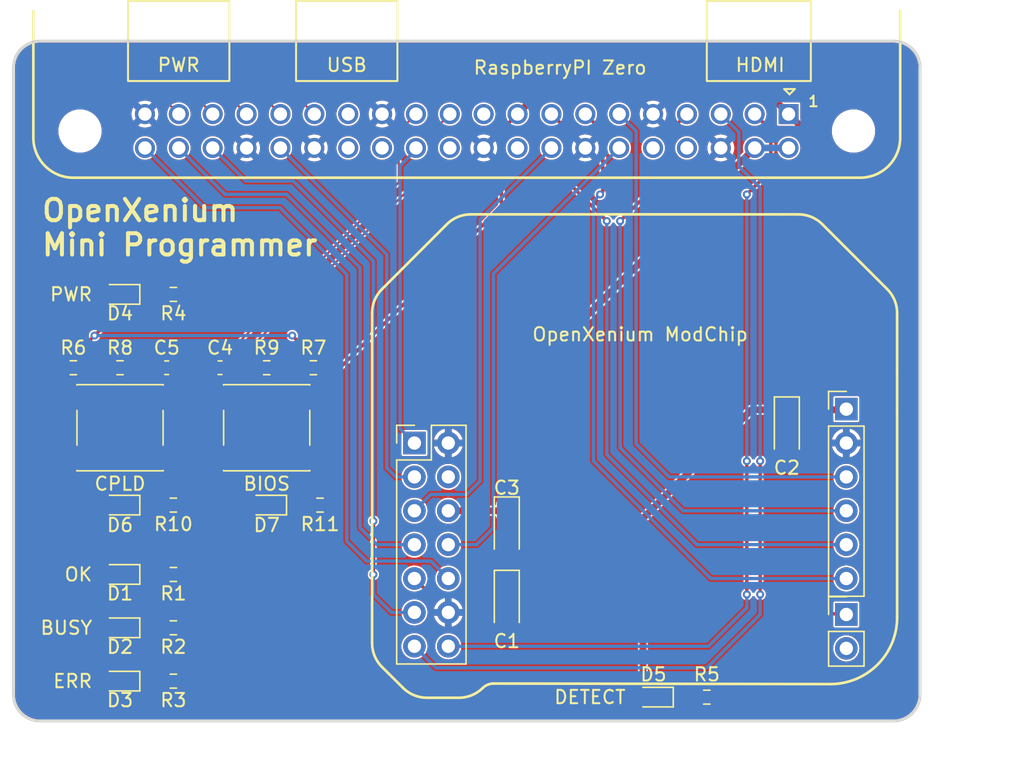
<source format=kicad_pcb>
(kicad_pcb (version 20211014) (generator pcbnew)
  (layers (0 "F.Cu" signal) (31 "B.Cu" signal) (34 "B.Paste" user) (35 "F.Paste" user) (36 "B.SilkS" user "B.Silkscreen") (37 "F.SilkS" user "F.Silkscreen") (38 "B.Mask" user) (39 "F.Mask" user) (44 "Edge.Cuts" user))
  (net 0 "")
  (net 1 "+3V3")
  (net 2 "+5V")
  (net 3 "/SDA")
  (net 4 "/SCL")
  (net 5 "GND")
  (net 6 "/TMS")
  (net 9 "/TCK")
  (net 10 "/LAD2")
  (net 11 "/TDO")
  (net 12 "/TDI")
  (net 13 "/LPC_RST")
  (net 17 "/LCLK")
  (net 21 "/LFRAME")
  (net 22 "/LED_OK")
  (net 23 "/LED_BUSY")
  (net 24 "/LAD0")
  (net 25 "/LED_ERR")
  (net 26 "/LAD3")
  (net 27 "/LAD1")
  (net 28 "Net-(D1-Pad1)")
  (net 29 "Net-(D2-Pad1)")
  (net 30 "Net-(D3-Pad1)")
  (net 31 "Net-(R4-Pad2)")
  (net 32 "Net-(D5-Pad1)")
  (net 33 "/RCVRY_GND")
  (net 36 "/SW_BIOS")
  (net 37 "/SW_CPLD")
  (net 38 "Net-(SW1-Pad2)")
  (net 39 "Net-(SW2-Pad2)")
  (net 40 "Net-(R10-Pad2)")
  (net 41 "/LED_CPLD")
  (net 42 "Net-(R11-Pad2)")
  (net 43 "/LED_BIOS")
  (footprint "Button_Switch_SMD:SW_SPST_PTS645" (layer "F.Cu") (at 66 74 180)
    (fp_text reference "SW2" hide)
    (fp_text value "BIOS" (at 0 -4.2 180) (layer "F.SilkS"))
    (fp_line (start 3.23 3.23) (end 3.23 3.2) (layer "F.SilkS") (width 0.12))
    (fp_line (start -3.23 -3.23) (end 3.23 -3.23) (layer "F.SilkS") (width 0.12))
    (fp_line (start -3.23 -3.2) (end -3.23 -3.23) (layer "F.SilkS") (width 0.12))
    (fp_line (start 3.23 -1.3) (end 3.23 1.3) (layer "F.SilkS") (width 0.12))
    (fp_line (start -3.23 3.23) (end 3.23 3.23) (layer "F.SilkS") (width 0.12))
    (fp_line (start -3.23 3.23) (end -3.23 3.2) (layer "F.SilkS") (width 0.12))
    (fp_line (start -3.23 -1.3) (end -3.23 1.3) (layer "F.SilkS") (width 0.12))
    (fp_line (start 3.23 -3.23) (end 3.23 -3.2) (layer "F.SilkS") (width 0.12))
    (pad "1" smd rect (at -3.98 -2.25 180) (size 1.55 1.3) (layers "F.Cu" "F.Paste" "F.Mask") (net 5 "GND"))
    (pad "1" smd rect (at 3.98 -2.25 180) (size 1.55 1.3) (layers "F.Cu" "F.Paste" "F.Mask") (net 5 "GND"))
    (pad "2" smd rect (at -3.98 2.25 180) (size 1.55 1.3) (layers "F.Cu" "F.Paste" "F.Mask") (net 39 "Net-(SW2-Pad2)"))
    (pad "2" smd rect (at 3.98 2.25 180) (size 1.55 1.3) (layers "F.Cu" "F.Paste" "F.Mask") (net 39 "Net-(SW2-Pad2)"))
  )
  (footprint "LED_SMD:LED_0603_1608Metric" (layer "F.Cu") (at 55 79.8 180)
    (fp_text reference "D6" (at 0 -1.5) (layer "F.SilkS"))
    (fp_text value "BUSY")
    (fp_line (start -1.485 -0.735) (end -1.485 0.735) (layer "F.SilkS") (width 0.12))
    (fp_line (start 0.8 -0.735) (end -1.485 -0.735) (layer "F.SilkS") (width 0.12))
    (fp_line (start -1.485 0.735) (end 0.8 0.735) (layer "F.SilkS") (width 0.12))
    (pad "1" smd roundrect (at -0.7875 0 180) (size 0.875 0.95) (layers "F.Cu" "F.Paste" "F.Mask") (net 40 "Net-(R10-Pad2)"))
    (pad "2" smd roundrect (at 0.7875 0 180) (size 0.875 0.95) (layers "F.Cu" "F.Paste" "F.Mask") (net 41 "/LED_CPLD"))
  )
  (footprint "Button_Switch_SMD:SW_SPST_PTS645" (layer "F.Cu") (at 55 74 180)
    (fp_text reference "SW1" hide)
    (fp_text value "CPLD" (at 0 -4.2 180) (layer "F.SilkS"))
    (fp_line (start 3.23 -1.3) (end 3.23 1.3) (layer "F.SilkS") (width 0.12))
    (fp_line (start -3.23 -1.3) (end -3.23 1.3) (layer "F.SilkS") (width 0.12))
    (fp_line (start -3.23 3.23) (end 3.23 3.23) (layer "F.SilkS") (width 0.12))
    (fp_line (start -3.23 -3.2) (end -3.23 -3.23) (layer "F.SilkS") (width 0.12))
    (fp_line (start -3.23 3.23) (end -3.23 3.2) (layer "F.SilkS") (width 0.12))
    (fp_line (start 3.23 3.23) (end 3.23 3.2) (layer "F.SilkS") (width 0.12))
    (fp_line (start -3.23 -3.23) (end 3.23 -3.23) (layer "F.SilkS") (width 0.12))
    (fp_line (start 3.23 -3.23) (end 3.23 -3.2) (layer "F.SilkS") (width 0.12))
    (pad "1" smd rect (at 3.98 -2.25 180) (size 1.55 1.3) (layers "F.Cu" "F.Paste" "F.Mask") (net 5 "GND"))
    (pad "1" smd rect (at -3.98 -2.25 180) (size 1.55 1.3) (layers "F.Cu" "F.Paste" "F.Mask") (net 5 "GND"))
    (pad "2" smd rect (at 3.98 2.25 180) (size 1.55 1.3) (layers "F.Cu" "F.Paste" "F.Mask") (net 38 "Net-(SW1-Pad2)"))
    (pad "2" smd rect (at -3.98 2.25 180) (size 1.55 1.3) (layers "F.Cu" "F.Paste" "F.Mask") (net 38 "Net-(SW1-Pad2)"))
  )
  (footprint "LED_SMD:LED_0603_1608Metric" (layer "F.Cu") (at 66 79.8 180)
    (fp_text reference "D7" (at 0 -1.5) (layer "F.SilkS"))
    (fp_text value "ERR")
    (fp_line (start 0.8 -0.735) (end -1.485 -0.735) (layer "F.SilkS") (width 0.12))
    (fp_line (start -1.485 -0.735) (end -1.485 0.735) (layer "F.SilkS") (width 0.12))
    (fp_line (start -1.485 0.735) (end 0.8 0.735) (layer "F.SilkS") (width 0.12))
    (pad "1" smd roundrect (at -0.7875 0 180) (size 0.875 0.95) (layers "F.Cu" "F.Paste" "F.Mask") (net 42 "Net-(R11-Pad2)"))
    (pad "2" smd roundrect (at 0.7875 0 180) (size 0.875 0.95) (layers "F.Cu" "F.Paste" "F.Mask") (net 43 "/LED_BIOS"))
  )
  (footprint "Capacitor_SMD:C_0603_1608Metric" (layer "F.Cu") (at 58.5 69.5 180)
    (fp_text reference "C5" (at 0 1.5) (layer "F.SilkS"))
    (fp_text value "100nF")
    (fp_line (start -0.14058 0.51) (end 0.14058 0.51) (layer "F.SilkS") (width 0.12))
    (fp_line (start -0.14058 -0.51) (end 0.14058 -0.51) (layer "F.SilkS") (width 0.12))
    (pad "1" smd roundrect (at -0.775 0 180) (size 0.9 0.95) (layers "F.Cu" "F.Paste" "F.Mask") (net 5 "GND"))
    (pad "2" smd roundrect (at 0.775 0 180) (size 0.9 0.95) (layers "F.Cu" "F.Paste" "F.Mask") (net 37 "/SW_CPLD"))
  )
  (footprint "LED_SMD:LED_0603_1608Metric" (layer "F.Cu") (at 55 85 180)
    (fp_text reference "D1" (at 0 -1.43) (layer "F.SilkS"))
    (fp_text value "OK")
    (fp_line (start 0.8 -0.735) (end -1.485 -0.735) (layer "F.SilkS") (width 0.12))
    (fp_line (start -1.485 -0.735) (end -1.485 0.735) (layer "F.SilkS") (width 0.12))
    (fp_line (start -1.485 0.735) (end 0.8 0.735) (layer "F.SilkS") (width 0.12))
    (pad "1" smd roundrect (at -0.7875 0 180) (size 0.875 0.95) (layers "F.Cu" "F.Paste" "F.Mask") (net 28 "Net-(D1-Pad1)"))
    (pad "2" smd roundrect (at 0.7875 0 180) (size 0.875 0.95) (layers "F.Cu" "F.Paste" "F.Mask") (net 22 "/LED_OK"))
  )
  (footprint "0-myparts:RaspberryPI_Zero" (layer "F.Cu") (at 81 51.75 180)
    (fp_text reference "RPI_ZERO1" hide)
    (fp_text value "RaspberryPI_Zero_Header" hide)
    (fp_text user "1" (at -26 1.75) (layer "F.SilkS") (effects (font (size 0.8 0.8)) (justify bottom)))
    (fp_line (start -32.5 -0.5) (end -32.5 9) (layer "F.SilkS") (width 0.2))
    (fp_line (start 32.5 9) (end 32.5 -0.5) (layer "F.SilkS") (width 0.2))
    (fp_line (start 29.5 -3.5) (end -29.5 -3.5) (layer "F.SilkS") (width 0.2))
    (fp_arc (start 29.499999 -3.499999) (mid 31.62132 -2.62132) (end 32.5 -0.5) (layer "F.SilkS") (width 0.2))
    (fp_arc (start -32.500001 -0.499999) (mid -31.621321 -2.62132) (end -29.5 -3.5) (layer "F.SilkS") (width 0.2))
    (pad "" np_thru_hole circle (at -29 0 180) (size 2.75 2.75) (drill 2.75) (layers *.Cu *.Mask))
    (pad "" np_thru_hole circle (at 29 0 180) (size 2.75 2.75) (drill 2.75) (layers *.Cu *.Mask))
    (pad "1" thru_hole rect (at -24.13 1.27 180) (size 1.508 1.508) (drill 1) (layers *.Cu *.Mask) (net 1 "+3V3"))
    (pad "2" thru_hole circle (at -24.13 -1.27 180) (size 1.508 1.508) (drill 1) (layers *.Cu *.Mask) (net 2 "+5V"))
    (pad "3" thru_hole circle (at -21.59 1.27 180) (size 1.508 1.508) (drill 1) (layers *.Cu *.Mask) (net 3 "/SDA"))
    (pad "4" thru_hole circle (at -21.59 -1.27 180) (size 1.508 1.508) (drill 1) (layers *.Cu *.Mask) (net 2 "+5V"))
    (pad "5" thru_hole circle (at -19.05 1.27 180) (size 1.508 1.508) (drill 1) (layers *.Cu *.Mask) (net 4 "/SCL"))
    (pad "6" thru_hole circle (at -19.05 -1.27 180) (size 1.508 1.508) (drill 1) (layers *.Cu *.Mask) (net 5 "GND"))
    (pad "7" thru_hole circle (at -16.51 1.27 180) (size 1.508 1.508) (drill 1) (layers *.Cu *.Mask) (net 6 "/TMS"))
    (pad "8" thru_hole circle (at -16.51 -1.27 180) (size 1.508 1.508) (drill 1) (layers *.Cu *.Mask))
    (pad "9" thru_hole circle (at -13.97 1.27 180) (size 1.508 1.508) (drill 1) (layers *.Cu *.Mask) (net 5 "GND"))
    (pad "10" thru_hole circle (at -13.97 -1.27 180) (size 1.508 1.508) (drill 1) (layers *.Cu *.Mask))
    (pad "11" thru_hole circle (at -11.43 1.27 180) (size 1.508 1.508) (drill 1) (layers *.Cu *.Mask) (net 9 "/TCK"))
    (pad "12" thru_hole circle (at -11.43 -1.27 180) (size 1.508 1.508) (drill 1) (layers *.Cu *.Mask) (net 10 "/LAD2"))
    (pad "13" thru_hole circle (at -8.89 1.27 180) (size 1.508 1.508) (drill 1) (layers *.Cu *.Mask) (net 11 "/TDO"))
    (pad "14" thru_hole circle (at -8.89 -1.27 180) (size 1.508 1.508) (drill 1) (layers *.Cu *.Mask) (net 5 "GND"))
    (pad "15" thru_hole circle (at -6.35 1.27 180) (size 1.508 1.508) (drill 1) (layers *.Cu *.Mask) (net 12 "/TDI"))
    (pad "16" thru_hole circle (at -6.35 -1.27 180) (size 1.508 1.508) (drill 1) (layers *.Cu *.Mask) (net 13 "/LPC_RST"))
    (pad "17" thru_hole circle (at -3.81 1.27 180) (size 1.508 1.508) (drill 1) (layers *.Cu *.Mask) (net 1 "+3V3"))
    (pad "18" thru_hole circle (at -3.81 -1.27 180) (size 1.508 1.508) (drill 1) (layers *.Cu *.Mask))
    (pad "19" thru_hole circle (at -1.27 1.27 180) (size 1.508 1.508) (drill 1) (layers *.Cu *.Mask))
    (pad "20" thru_hole circle (at -1.27 -1.27 180) (size 1.508 1.508) (drill 1) (layers *.Cu *.Mask) (net 5 "GND"))
    (pad "21" thru_hole circle (at 1.27 1.27 180) (size 1.508 1.508) (drill 1) (layers *.Cu *.Mask) (net 36 "/SW_BIOS"))
    (pad "22" thru_hole circle (at 1.27 -1.27 180) (size 1.508 1.508) (drill 1) (layers *.Cu *.Mask))
    (pad "23" thru_hole circle (at 3.81 1.27 180) (size 1.508 1.508) (drill 1) (layers *.Cu *.Mask) (net 37 "/SW_CPLD"))
    (pad "24" thru_hole circle (at 3.81 -1.27 180) (size 1.508 1.508) (drill 1) (layers *.Cu *.Mask) (net 17 "/LCLK"))
    (pad "25" thru_hole circle (at 6.35 1.27 180) (size 1.508 1.508) (drill 1) (layers *.Cu *.Mask) (net 5 "GND"))
    (pad "26" thru_hole circle (at 6.35 -1.27 180) (size 1.508 1.508) (drill 1) (layers *.Cu *.Mask))
    (pad "27" thru_hole circle (at 8.89 1.27 180) (size 1.508 1.508) (drill 1) (layers *.Cu *.Mask))
    (pad "28" thru_hole circle (at 8.89 -1.27 180) (size 1.508 1.508) (drill 1) (layers *.Cu *.Mask))
    (pad "29" thru_hole circle (at 11.43 1.27 180) (size 1.508 1.508) (drill 1) (layers *.Cu *.Mask) (net 25 "/LED_ERR"))
    (pad "30" thru_hole circle (at 11.43 -1.27 180) (size 1.508 1.508) (drill 1) (layers *.Cu *.Mask) (net 5 "GND"))
    (pad "31" thru_hole circle (at 13.97 1.27 180) (size 1.508 1.508) (drill 1) (layers *.Cu *.Mask) (net 23 "/LED_BUSY"))
    (pad "32" thru_hole circle (at 13.97 -1.27 180) (size 1.508 1.508) (drill 1) (layers *.Cu *.Mask) (net 21 "/LFRAME"))
    (pad "33" thru_hole circle (at 16.51 1.27 180) (size 1.508 1.508) (drill 1) (layers *.Cu *.Mask) (net 22 "/LED_OK"))
    (pad "34" thru_hole circle (at 16.51 -1.27 180) (size 1.508 1.508) (drill 1) (layers *.Cu *.Mask) (net 5 "GND"))
    (pad "35" thru_hole circle (at 19.05 1.27 180) (size 1.508 1.508) (drill 1) (layers *.Cu *.Mask) (net 43 "/LED_BIOS"))
    (pad "36" thru_hole circle (at 19.05 -1.27 180) (size 1.508 1.508) (drill 1) (layers *.Cu *.Mask) (net 24 "/LAD0"))
    (pad "37" thru_hole circle (at 21.59 1.27 180) (size 1.508 1.508) (drill 1) (layers *.Cu *.Mask) (net 41 "/LED_CPLD"))
    (pad "38" thru_hole circle (at 21.59 -1.27 180) (size 1.508 1.508) (drill 1) (layers *.Cu *.Mask) (net 26 "/LAD3"))
    (pad "39" thru_hole circle (at 24.13 1.27 180) (size 1.508 1.508) (drill 1) (layers *.Cu *.Mask) (net 5 "GND"))
    (pad "40" thru_hole circle (at 24.13 -1.27 180) (size 1.508 1.508) (drill 1) (layers *.Cu *.Mask) (net 27 "/LAD1"))
  )
  (footprint "Resistor_SMD:R_0603_1608Metric" (layer "F.Cu") (at 59 89 180)
    (fp_text reference "R2" (at 0 -1.43) (layer "F.SilkS"))
    (fp_text value "200")
    (fp_line (start -0.237258 0.5225) (end 0.237258 0.5225) (layer "F.SilkS") (width 0.12))
    (fp_line (start -0.237258 -0.5225) (end 0.237258 -0.5225) (layer "F.SilkS") (width 0.12))
    (pad "1" smd roundrect (at -0.825 0 180) (size 0.8 0.95) (layers "F.Cu" "F.Paste" "F.Mask") (net 5 "GND"))
    (pad "2" smd roundrect (at 0.825 0 180) (size 0.8 0.95) (layers "F.Cu" "F.Paste" "F.Mask") (net 29 "Net-(D2-Pad1)"))
  )
  (footprint "LED_SMD:LED_0603_1608Metric" (layer "F.Cu") (at 55 93 180)
    (fp_text reference "D3" (at 0 -1.43) (layer "F.SilkS"))
    (fp_text value "ERR")
    (fp_line (start -1.485 -0.735) (end -1.485 0.735) (layer "F.SilkS") (width 0.12))
    (fp_line (start -1.485 0.735) (end 0.8 0.735) (layer "F.SilkS") (width 0.12))
    (fp_line (start 0.8 -0.735) (end -1.485 -0.735) (layer "F.SilkS") (width 0.12))
    (pad "1" smd roundrect (at -0.7875 0 180) (size 0.875 0.95) (layers "F.Cu" "F.Paste" "F.Mask") (net 30 "Net-(D3-Pad1)"))
    (pad "2" smd roundrect (at 0.7875 0 180) (size 0.875 0.95) (layers "F.Cu" "F.Paste" "F.Mask") (net 25 "/LED_ERR"))
  )
  (footprint "Capacitor_Tantalum_SMD:CP_EIA-3216-18_Kemet-A" (layer "F.Cu") (at 105 74 -90)
    (fp_text reference "C2" (at 3 0 180) (layer "F.SilkS"))
    (fp_text value "100uF")
    (fp_line (start -2.31 0.935) (end 1.6 0.935) (layer "F.SilkS") (width 0.12))
    (fp_line (start 1.6 -0.935) (end -2.31 -0.935) (layer "F.SilkS") (width 0.12))
    (fp_line (start -2.31 -0.935) (end -2.31 0.935) (layer "F.SilkS") (width 0.12))
    (pad "1" smd roundrect (at -1.35 0 270) (size 1.4 1.35) (layers "F.Cu" "F.Paste" "F.Mask") (roundrect_rratio 0.1851851852) (net 1 "+3V3"))
    (pad "2" smd roundrect (at 1.35 0 270) (size 1.4 1.35) (layers "F.Cu" "F.Paste" "F.Mask") (roundrect_rratio 0.1851851852) (net 5 "GND"))
  )
  (footprint "Resistor_SMD:R_0603_1608Metric" (layer "F.Cu") (at 70 79.8 180)
    (fp_text reference "R11" (at 0 -1.43) (layer "F.SilkS"))
    (fp_text value "200")
    (fp_line (start -0.237258 0.5225) (end 0.237258 0.5225) (layer "F.SilkS") (width 0.12))
    (fp_line (start -0.237258 -0.5225) (end 0.237258 -0.5225) (layer "F.SilkS") (width 0.12))
    (pad "1" smd roundrect (at -0.825 0 180) (size 0.8 0.95) (layers "F.Cu" "F.Paste" "F.Mask") (net 5 "GND"))
    (pad "2" smd roundrect (at 0.825 0 180) (size 0.8 0.95) (layers "F.Cu" "F.Paste" "F.Mask") (net 42 "Net-(R11-Pad2)"))
  )
  (footprint "Capacitor_SMD:C_0603_1608Metric" (layer "F.Cu") (at 62.5 69.5)
    (fp_text reference "C4" (at 0 -1.5) (layer "F.SilkS"))
    (fp_text value "100nF")
    (fp_line (start -0.14058 -0.51) (end 0.14058 -0.51) (layer "F.SilkS") (width 0.12))
    (fp_line (start -0.14058 0.51) (end 0.14058 0.51) (layer "F.SilkS") (width 0.12))
    (pad "1" smd roundrect (at -0.775 0) (size 0.9 0.95) (layers "F.Cu" "F.Paste" "F.Mask") (net 5 "GND"))
    (pad "2" smd roundrect (at 0.775 0) (size 0.9 0.95) (layers "F.Cu" "F.Paste" "F.Mask") (net 36 "/SW_BIOS"))
  )
  (footprint "Capacitor_Tantalum_SMD:CP_EIA-3216-18_Kemet-A" (layer "F.Cu") (at 84 81.5 -90)
    (fp_text reference "C3" (at -3 0 180) (layer "F.SilkS"))
    (fp_text value "100uF")
    (fp_line (start -2.31 0.935) (end 1.6 0.935) (layer "F.SilkS") (width 0.12))
    (fp_line (start 1.6 -0.935) (end -2.31 -0.935) (layer "F.SilkS") (width 0.12))
    (fp_line (start -2.31 -0.935) (end -2.31 0.935) (layer "F.SilkS") (width 0.12))
    (pad "1" smd roundrect (at -1.35 0 270) (size 1.4 1.35) (layers "F.Cu" "F.Paste" "F.Mask") (roundrect_rratio 0.1851851852) (net 2 "+5V"))
    (pad "2" smd roundrect (at 1.35 0 270) (size 1.4 1.35) (layers "F.Cu" "F.Paste" "F.Mask") (roundrect_rratio 0.1851851852) (net 5 "GND"))
  )
  (footprint "Resistor_SMD:R_0603_1608Metric" (layer "F.Cu") (at 99 94.2 180)
    (fp_text reference "R5" (at 0 1.7) (layer "F.SilkS"))
    (fp_text value "200")
    (fp_line (start -0.237258 -0.5225) (end 0.237258 -0.5225) (layer "F.SilkS") (width 0.12))
    (fp_line (start -0.237258 0.5225) (end 0.237258 0.5225) (layer "F.SilkS") (width 0.12))
    (pad "1" smd roundrect (at -0.825 0 180) (size 0.8 0.95) (layers "F.Cu" "F.Paste" "F.Mask") (net 33 "/RCVRY_GND"))
    (pad "2" smd roundrect (at 0.825 0 180) (size 0.8 0.95) (layers "F.Cu" "F.Paste" "F.Mask") (net 32 "Net-(D5-Pad1)"))
  )
  (footprint "LED_SMD:LED_0603_1608Metric" (layer "F.Cu") (at 95 94.2 180)
    (fp_text reference "D5" (at 0 1.7) (layer "F.SilkS"))
    (fp_text value "DET")
    (fp_line (start -1.485 -0.735) (end -1.485 0.735) (layer "F.SilkS") (width 0.12))
    (fp_line (start 0.8 -0.735) (end -1.485 -0.735) (layer "F.SilkS") (width 0.12))
    (fp_line (start -1.485 0.735) (end 0.8 0.735) (layer "F.SilkS") (width 0.12))
    (pad "1" smd roundrect (at -0.7875 0 180) (size 0.875 0.95) (layers "F.Cu" "F.Paste" "F.Mask") (net 32 "Net-(D5-Pad1)"))
    (pad "2" smd roundrect (at 0.7875 0 180) (size 0.875 0.95) (layers "F.Cu" "F.Paste" "F.Mask") (net 1 "+3V3"))
  )
  (footprint "Resistor_SMD:R_0603_1608Metric" (layer "F.Cu") (at 59 64 180)
    (fp_text reference "R4" (at 0 -1.43) (layer "F.SilkS"))
    (fp_text value "200")
    (fp_line (start -0.237258 -0.5225) (end 0.237258 -0.5225) (layer "F.SilkS") (width 0.12))
    (fp_line (start -0.237258 0.5225) (end 0.237258 0.5225) (layer "F.SilkS") (width 0.12))
    (pad "1" smd roundrect (at -0.825 0 180) (size 0.8 0.95) (layers "F.Cu" "F.Paste" "F.Mask") (net 5 "GND"))
    (pad "2" smd roundrect (at 0.825 0 180) (size 0.8 0.95) (layers "F.Cu" "F.Paste" "F.Mask") (net 31 "Net-(R4-Pad2)"))
  )
  (footprint "Resistor_SMD:R_0603_1608Metric" (layer "F.Cu") (at 51.5 69.5 180)
    (fp_text reference "R6" (at 0 1.5) (layer "F.SilkS"))
    (fp_text value "10k")
    (fp_line (start -0.237258 0.5225) (end 0.237258 0.5225) (layer "F.SilkS") (width 0.12))
    (fp_line (start -0.237258 -0.5225) (end 0.237258 -0.5225) (layer "F.SilkS") (width 0.12))
    (pad "1" smd roundrect (at -0.825 0 180) (size 0.8 0.95) (layers "F.Cu" "F.Paste" "F.Mask") (net 38 "Net-(SW1-Pad2)"))
    (pad "2" smd roundrect (at 0.825 0 180) (size 0.8 0.95) (layers "F.Cu" "F.Paste" "F.Mask") (net 1 "+3V3"))
  )
  (footprint "Resistor_SMD:R_0603_1608Metric" (layer "F.Cu") (at 69.5 69.5)
    (fp_text reference "R7" (at 0 -1.5) (layer "F.SilkS"))
    (fp_text value "10k")
    (fp_line (start -0.237258 -0.5225) (end 0.237258 -0.5225) (layer "F.SilkS") (width 0.12))
    (fp_line (start -0.237258 0.5225) (end 0.237258 0.5225) (layer "F.SilkS") (width 0.12))
    (pad "1" smd roundrect (at -0.825 0) (size 0.8 0.95) (layers "F.Cu" "F.Paste" "F.Mask") (net 39 "Net-(SW2-Pad2)"))
    (pad "2" smd roundrect (at 0.825 0) (size 0.8 0.95) (layers "F.Cu" "F.Paste" "F.Mask") (net 1 "+3V3"))
  )
  (footprint "Connector_PinHeader_2.54mm:PinHeader_2x07_P2.54mm_Vertical" (layer "F.Cu") (at 77.075198 75.145)
    (fp_text reference "J3" hide)
    (fp_text value "LPC")
    (fp_line (start 1.27 1.27) (end 1.27 -1.33) (layer "F.SilkS") (width 0.12))
    (fp_line (start 1.27 -1.33) (end 3.87 -1.33) (layer "F.SilkS") (width 0.12))
    (fp_line (start 3.87 -1.33) (end 3.87 16.57) (layer "F.SilkS") (width 0.12))
    (fp_line (start -1.33 16.57) (end 3.87 16.57) (layer "F.SilkS") (width 0.12))
    (fp_line (start -1.33 0) (end -1.33 -1.33) (layer "F.SilkS") (width 0.12))
    (fp_line (start -1.33 1.27) (end 1.27 1.27) (layer "F.SilkS") (width 0.12))
    (fp_line (start -1.33 1.27) (end -1.33 16.57) (layer "F.SilkS") (width 0.12))
    (fp_line (start -1.33 -1.33) (end 0 -1.33) (layer "F.SilkS") (width 0.12))
    (pad "1" thru_hole rect (at 0 0) (size 1.7 1.7) (drill 1) (layers *.Cu *.Mask) (net 17 "/LCLK"))
    (pad "2" thru_hole oval (at 2.54 0) (size 1.7 1.7) (drill 1) (layers *.Cu *.Mask) (net 5 "GND"))
    (pad "3" thru_hole oval (at 0 2.54) (size 1.7 1.7) (drill 1) (layers *.Cu *.Mask) (net 21 "/LFRAME"))
    (pad "4" thru_hole oval (at 2.54 2.54) (size 1.7 1.7) (drill 1) (layers *.Cu *.Mask))
    (pad "5" thru_hole oval (at 0 5.08) (size 1.7 1.7) (drill 1) (layers *.Cu *.Mask) (net 13 "/LPC_RST"))
    (pad "6" thru_hole oval (at 2.54 5.08) (size 1.7 1.7) (drill 1) (layers *.Cu *.Mask) (net 2 "+5V"))
    (pad "7" thru_hole oval (at 0 7.62) (size 1.7 1.7) (drill 1) (layers *.Cu *.Mask) (net 26 "/LAD3"))
    (pad "8" thru_hole oval (at 2.54 7.62) (size 1.7 1.7) (drill 1) (layers *.Cu *.Mask) (net 10 "/LAD2"))
    (pad "9" thru_hole oval (at 0 10.16) (size 1.7 1.7) (drill 1) (layers *.Cu *.Mask) (net 1 "+3V3"))
    (pad "10" thru_hole oval (at 2.54 10.16) (size 1.7 1.7) (drill 1) (layers *.Cu *.Mask) (net 27 "/LAD1"))
    (pad "11" thru_hole oval (at 0 12.7) (size 1.7 1.7) (drill 1) (layers *.Cu *.Mask) (net 24 "/LAD0"))
    (pad "12" thru_hole oval (at 2.54 12.7) (size 1.7 1.7) (drill 1) (layers *.Cu *.Mask) (net 5 "GND"))
    (pad "13" thru_hole oval (at 0 15.24) (size 1.7 1.7) (drill 1) (layers *.Cu *.Mask) (net 4 "/SCL"))
    (pad "14" thru_hole oval (at 2.54 15.24) (size 1.7 1.7) (drill 1) (layers *.Cu *.Mask) (net 3 "/SDA"))
  )
  (footprint "Connector_PinHeader_2.54mm:PinHeader_1x02_P2.54mm_Vertical" (layer "F.Cu") (at 109.460198 88.002481)
    (fp_text reference "J1" hide)
    (fp_text value "RCVRY")
    (fp_line (start -1.33 1.27) (end 1.33 1.27) (layer "F.SilkS") (width 0.12))
    (fp_line (start 1.33 1.27) (end 1.33 3.87) (layer "F.SilkS") (width 0.12))
    (fp_line (start -1.33 0) (end -1.33 -1.33) (layer "F.SilkS") (width 0.12))
    (fp_line (start -1.33 -1.33) (end 0 -1.33) (layer "F.SilkS") (width 0.12))
    (fp_line (start -1.33 1.27) (end -1.33 3.87) (layer "F.SilkS") (width 0.12))
    (fp_line (start -1.33 3.87) (end 1.33 3.87) (layer "F.SilkS") (width 0.12))
    (pad "1" thru_hole rect (at 0 0) (size 1.7 1.7) (drill 1) (layers *.Cu *.Mask) (net 33 "/RCVRY_GND"))
    (pad "2" thru_hole oval (at 0 2.54) (size 1.7 1.7) (drill 1) (layers *.Cu *.Mask))
  )
  (footprint "Resistor_SMD:R_0603_1608Metric" (layer "F.Cu") (at 59 93 180)
    (fp_text reference "R3" (at 0 -1.43) (layer "F.SilkS"))
    (fp_text value "200")
    (fp_line (start -0.237258 0.5225) (end 0.237258 0.5225) (layer "F.SilkS") (width 0.12))
    (fp_line (start -0.237258 -0.5225) (end 0.237258 -0.5225) (layer "F.SilkS") (width 0.12))
    (pad "1" smd roundrect (at -0.825 0 180) (size 0.8 0.95) (layers "F.Cu" "F.Paste" "F.Mask") (net 5 "GND"))
    (pad "2" smd roundrect (at 0.825 0 180) (size 0.8 0.95) (layers "F.Cu" "F.Paste" "F.Mask") (net 30 "Net-(D3-Pad1)"))
  )
  (footprint "Resistor_SMD:R_0603_1608Metric" (layer "F.Cu") (at 59 79.8 180)
    (fp_text reference "R10" (at 0 -1.43) (layer "F.SilkS"))
    (fp_text value "200")
    (fp_line (start -0.237258 0.5225) (end 0.237258 0.5225) (layer "F.SilkS") (width 0.12))
    (fp_line (start -0.237258 -0.5225) (end 0.237258 -0.5225) (layer "F.SilkS") (width 0.12))
    (pad "1" smd roundrect (at -0.825 0 180) (size 0.8 0.95) (layers "F.Cu" "F.Paste" "F.Mask") (net 5 "GND"))
    (pad "2" smd roundrect (at 0.825 0 180) (size 0.8 0.95) (layers "F.Cu" "F.Paste" "F.Mask") (net 40 "Net-(R10-Pad2)"))
  )
  (footprint "LED_SMD:LED_0603_1608Metric" (layer "F.Cu") (at 55 89 180)
    (fp_text reference "D2" (at 0 -1.43) (layer "F.SilkS"))
    (fp_text value "BUSY")
    (fp_line (start -1.485 0.735) (end 0.8 0.735) (layer "F.SilkS") (width 0.12))
    (fp_line (start 0.8 -0.735) (end -1.485 -0.735) (layer "F.SilkS") (width 0.12))
    (fp_line (start -1.485 -0.735) (end -1.485 0.735) (layer "F.SilkS") (width 0.12))
    (pad "1" smd roundrect (at -0.7875 0 180) (size 0.875 0.95) (layers "F.Cu" "F.Paste" "F.Mask") (net 29 "Net-(D2-Pad1)"))
    (pad "2" smd roundrect (at 0.7875 0 180) (size 0.875 0.95) (layers "F.Cu" "F.Paste" "F.Mask") (net 23 "/LED_BUSY"))
  )
  (footprint "Resistor_SMD:R_0603_1608Metric" (layer "F.Cu") (at 55 69.5)
    (fp_text reference "R8" (at 0 -1.5) (layer "F.SilkS"))
    (fp_text value "10k")
    (fp_line (start -0.237258 -0.5225) (end 0.237258 -0.5225) (layer "F.SilkS") (width 0.12))
    (fp_line (start -0.237258 0.5225) (end 0.237258 0.5225) (layer "F.SilkS") (width 0.12))
    (pad "1" smd roundrect (at -0.825 0) (size 0.8 0.95) (layers "F.Cu" "F.Paste" "F.Mask") (net 38 "Net-(SW1-Pad2)"))
    (pad "2" smd roundrect (at 0.825 0) (size 0.8 0.95) (layers "F.Cu" "F.Paste" "F.Mask") (net 37 "/SW_CPLD"))
  )
  (footprint "Resistor_SMD:R_0603_1608Metric" (layer "F.Cu") (at 66 69.5 180)
    (fp_text reference "R9" (at 0 1.5) (layer "F.SilkS"))
    (fp_text value "10k")
    (fp_line (start -0.237258 -0.5225) (end 0.237258 -0.5225) (layer "F.SilkS") (width 0.12))
    (fp_line (start -0.237258 0.5225) (end 0.237258 0.5225) (layer "F.SilkS") (width 0.12))
    (pad "1" smd roundrect (at -0.825 0 180) (size 0.8 0.95) (layers "F.Cu" "F.Paste" "F.Mask") (net 39 "Net-(SW2-Pad2)"))
    (pad "2" smd roundrect (at 0.825 0 180) (size 0.8 0.95) (layers "F.Cu" "F.Paste" "F.Mask") (net 36 "/SW_BIOS"))
  )
  (footprint "Capacitor_Tantalum_SMD:CP_EIA-3216-18_Kemet-A" (layer "F.Cu") (at 84 87 -90)
    (fp_text reference "C1" (at 3 0 180) (layer "F.SilkS"))
    (fp_text value "100uF")
    (fp_line (start -2.31 -0.935) (end -2.31 0.935) (layer "F.SilkS") (width 0.12))
    (fp_line (start -2.31 0.935) (end 1.6 0.935) (layer "F.SilkS") (width 0.12))
    (fp_line (start 1.6 -0.935) (end -2.31 -0.935) (layer "F.SilkS") (width 0.12))
    (pad "1" smd roundrect (at -1.35 0 270) (size 1.4 1.35) (layers "F.Cu" "F.Paste" "F.Mask") (roundrect_rratio 0.1851851852) (net 1 "+3V3"))
    (pad "2" smd roundrect (at 1.35 0 270) (size 1.4 1.35) (layers "F.Cu" "F.Paste" "F.Mask") (roundrect_rratio 0.1851851852) (net 5 "GND"))
  )
  (footprint "Connector_PinHeader_2.54mm:PinHeader_1x06_P2.54mm_Vertical" (layer "F.Cu") (at 109.460198 72.605)
    (fp_text reference "J2" hide)
    (fp_text value "JTAG")
    (fp_line (start 1.33 1.27) (end 1.33 14.03) (layer "F.SilkS") (width 0.12))
    (fp_line (start -1.33 -1.33) (end 0 -1.33) (layer "F.SilkS") (width 0.12))
    (fp_line (start -1.33 1.27) (end 1.33 1.27) (layer "F.SilkS") (width 0.12))
    (fp_line (start -1.33 0) (end -1.33 -1.33) (layer "F.SilkS") (width 0.12))
    (fp_line (start -1.33 1.27) (end -1.33 14.03) (layer "F.SilkS") (width 0.12))
    (fp_line (start -1.33 14.03) (end 1.33 14.03) (layer "F.SilkS") (width 0.12))
    (pad "1" thru_hole rect (at 0 0) (size 1.7 1.7) (drill 1) (layers *.Cu *.Mask) (net 1 "+3V3"))
    (pad "2" thru_hole oval (at 0 2.54) (size 1.7 1.7) (drill 1) (layers *.Cu *.Mask) (net 5 "GND"))
    (pad "3" thru_hole oval (at 0 5.08) (size 1.7 1.7) (drill 1) (layers *.Cu *.Mask) (net 9 "/TCK"))
    (pad "4" thru_hole oval (at 0 7.62) (size 1.7 1.7) (drill 1) (layers *.Cu *.Mask) (net 6 "/TMS"))
    (pad "5" thru_hole oval (at 0 10.16) (size 1.7 1.7) (drill 1) (layers *.Cu *.Mask) (net 12 "/TDI"))
    (pad "6" thru_hole oval (at 0 12.7) (size 1.7 1.7) (drill 1) (layers *.Cu *.Mask) (net 11 "/TDO"))
  )
  (footprint "Resistor_SMD:R_0603_1608Metric" (layer "F.Cu") (at 59 85 180)
    (fp_text reference "R1" (at 0 -1.43) (layer "F.SilkS"))
    (fp_text value "200")
    (fp_line (start -0.237258 0.5225) (end 0.237258 0.5225) (layer "F.SilkS") (width 0.12))
    (fp_line (start -0.237258 -0.5225) (end 0.237258 -0.5225) (layer "F.SilkS") (width 0.12))
    (pad "1" smd roundrect (at -0.825 0 180) (size 0.8 0.95) (layers "F.Cu" "F.Paste" "F.Mask") (net 5 "GND"))
    (pad "2" smd roundrect (at 0.825 0 180) (size 0.8 0.95) (layers "F.Cu" "F.Paste" "F.Mask") (net 28 "Net-(D1-Pad1)"))
  )
  (footprint "LED_SMD:LED_0603_1608Metric" (layer "F.Cu") (at 55 64 180)
    (fp_text reference "D4" (at 0 -1.43) (layer "F.SilkS"))
    (fp_text value "PWR")
    (fp_line (start -1.485 0.735) (end 0.8 0.735) (layer "F.SilkS") (width 0.12))
    (fp_line (start -1.485 -0.735) (end -1.485 0.735) (layer "F.SilkS") (width 0.12))
    (fp_line (start 0.8 -0.735) (end -1.485 -0.735) (layer "F.SilkS") (width 0.12))
    (pad "1" smd roundrect (at -0.7875 0 180) (size 0.875 0.95) (layers "F.Cu" "F.Paste" "F.Mask") (net 31 "Net-(R4-Pad2)"))
    (pad "2" smd roundrect (at 0.7875 0 180) (size 0.875 0.95) (layers "F.Cu" "F.Paste" "F.Mask") (net 1 "+3V3"))
  )
  (gr_line (start 81.302302 58) (end 104.697698 58) (layer "F.SilkS") (width 0.2))
  (gr_line (start 78.015439 94.246) (end 80.409283 94.246) (layer "F.SilkS") (width 0.2))
  (gr_line (start 79.506248 58.74395) (end 74.644148 63.60605) (layer "F.SilkS") (width 0.2))
  (gr_line (start 107.664148 58.74395) (end 112.526248 63.60605) (layer "F.SilkS") (width 0.2))
  (gr_rect (start 63.2 48) (end 55.6 42) (layer "F.SilkS") (width 0.15) (fill none))
  (gr_arc (start 74.650031 91.942943) (mid 74.095085 91.116901) (end 73.900198 90.141028) (layer "F.SilkS") (width 0.2))
  (gr_arc (start 82.184417 93.522728) (mid 81.367636 94.058095) (end 80.409283 94.246) (layer "F.SilkS") (width 0.2))
  (gr_line (start 83.02803 93.179815) (end 108.261902 93.22169) (layer "F.SilkS") (width 0.2))
  (gr_line (start 105.2 49) (end 104.8 48.6) (layer "F.SilkS") (width 0.15))
  (gr_arc (start 105.868095 58) (mid 106.840112 58.193346) (end 107.664148 58.743949) (layer "F.SilkS") (width 0.2))
  (gr_line (start 113.270198 65.402103) (end 113.270198 69.7475) (layer "F.SilkS") (width 0.2))
  (gr_line (start 104.697698 58) (end 105.868095 58) (layer "F.SilkS") (width 0.2))
  (gr_rect (start 106.8 48) (end 99 42) (layer "F.SilkS") (width 0.15) (fill none))
  (gr_arc (start 79.506248 58.74395) (mid 80.330285 58.193346) (end 81.302302 58) (layer "F.SilkS") (width 0.2))
  (gr_line (start 74.65003 91.942943) (end 76.22527 93.507915) (layer "F.SilkS") (width 0.2))
  (gr_line (start 105.6 48.6) (end 105.2 49) (layer "F.SilkS") (width 0.15))
  (gr_arc (start 73.900199 65.402103) (mid 74.093545 64.430086) (end 74.644148 63.60605) (layer "F.SilkS") (width 0.2))
  (gr_rect (start 75.8 48) (end 68.2 42) (layer "F.SilkS") (width 0.15) (fill none))
  (gr_line (start 113.270198 88.221696) (end 113.270198 72.9225) (layer "F.SilkS") (width 0.2))
  (gr_arc (start 113.270199 88.221696) (mid 111.802861 91.760225) (end 108.261902 93.22169) (layer "F.SilkS") (width 0.2))
  (gr_arc (start 112.526248 63.60605) (mid 113.076851 64.430086) (end 113.270197 65.402103) (layer "F.SilkS") (width 0.2))
  (gr_line (start 104.8 48.6) (end 105.6 48.6) (layer "F.SilkS") (width 0.15))
  (gr_arc (start 78.01544 94.246001) (mid 77.047282 94.05419) (end 76.22527 93.507915) (layer "F.SilkS") (width 0.2))
  (gr_arc (start 82.184417 93.522728) (mid 82.572585 93.268516) (end 83.02803 93.179814) (layer "F.SilkS") (width 0.2))
  (gr_line (start 73.900198 65.402103) (end 73.900198 90.141028) (layer "F.SilkS") (width 0.2))
  (gr_line (start 113.270198 72.9225) (end 113.270198 69.7475) (layer "F.SilkS") (width 0.2))
  (gr_line (start 49 96) (end 113 96) (layer "Edge.Cuts") (width 0.2))
  (gr_line (start 49 45) (end 113 45) (layer "Edge.Cuts") (width 0.2))
  (gr_arc (start 47 47) (mid 47.585786 45.585786) (end 49 45) (layer "Edge.Cuts") (width 0.2))
  (gr_line (start 47 47) (end 47 94) (layer "Edge.Cuts") (width 0.2))
  (gr_arc (start 115 94) (mid 114.414214 95.414214) (end 113 96) (layer "Edge.Cuts") (width 0.2))
  (gr_arc (start 113 45) (mid 114.414214 45.585786) (end 115 47) (layer "Edge.Cuts") (width 0.2))
  (gr_line (start 115 47) (end 115 94) (layer "Edge.Cuts") (width 0.2))
  (gr_arc (start 49 96) (mid 47.585786 95.414214) (end 47 94) (layer "Edge.Cuts") (width 0.2))
  (gr_text "HDMI" (at 103 46.8) (layer "F.SilkS") (effects (font (size 1 1))))
  (gr_text "BUSY" (at 53 89) (layer "F.SilkS") (effects (font (size 1 1)) (justify right)))
  (gr_text "RaspberryPI Zero" (at 88 47) (layer "F.SilkS") (effects (font (size 1 1))))
  (gr_text "OpenXenium\nMini Programmer" (at 49 59) (layer "F.SilkS") (effects (font (size 1.6 1.6) (thickness 0.3)) (justify left)))
  (gr_text "PWR" (at 59.4 46.8) (layer "F.SilkS") (effects (font (size 1 1))))
  (gr_text "PWR" (at 53 64) (layer "F.SilkS") (effects (font (size 1 1)) (justify right)))
  (gr_text "USB" (at 72 46.8) (layer "F.SilkS") (effects (font (size 1 1))))
  (gr_text "OK" (at 53 85) (layer "F.SilkS") (effects (font (size 1 1)) (justify right)))
  (gr_text "ERR" (at 53 93) (layer "F.SilkS") (effects (font (size 1 1)) (justify right)))
  (gr_text "OpenXenium ModChip" (at 94 67) (layer "F.SilkS") (effects (font (size 1 1))))
  (gr_text "DETECT" (at 93 94.2) (layer "F.SilkS") (effects (font (size 1 1)) (justify right)))
  (segment (start 109.465198 72.65) (end 109.510198 72.605) (width 0.508) (layer "F.Cu") (net 1))
  (segment (start 105.13 50.48) (end 107 52.35) (width 0.508) (layer "F.Cu") (net 1))
  (segment (start 105.13 50.48) (end 103.15 48.5) (width 0.508) (layer "F.Cu") (net 1))
  (segment (start 107 52.35) (end 107 72.65) (width 0.508) (layer "F.Cu") (net 1))
  (segment (start 94.2125 80.7875) (end 94.2125 94.2) (width 0.508) (layer "F.Cu") (net 1))
  (segment (start 105 72.65) (end 109.465198 72.65) (width 0.508) (layer "F.Cu") (net 1))
  (segment (start 54.2125 64) (end 54.2125 65.9625) (width 0.254) (layer "F.Cu") (net 1))
  (segment (start 70.325 69.5) (end 67.9125 67.0875) (width 0.254) (layer "F.Cu") (net 1))
  (segment (start 71.5 69.5) (end 83.6 57.4) (width 0.254) (layer "F.Cu") (net 1))
  (segment (start 83.6 57.4) (end 83.6 51.69) (width 0.254) (layer "F.Cu") (net 1))
  (segment (start 83.05 86.6) (end 84 85.65) (width 0.254) (layer "F.Cu") (net 1))
  (segment (start 103.15 48.5) (end 86.79 48.5) (width 0.508) (layer "F.Cu") (net 1))
  (segment (start 77.075198 85.305) (end 78.370198 86.6) (width 0.254) (layer "F.Cu") (net 1))
  (segment (start 105 72.65) (end 102.35 72.65) (width 0.508) (layer "F.Cu") (net 1))
  (segment (start 84 85.65) (end 94.2125 85.65) (width 0.508) (layer "F.Cu") (net 1))
  (segment (start 70.325 69.5) (end 71.5 69.5) (width 0.254) (layer "F.Cu") (net 1))
  (segment (start 78.370198 86.6) (end 83.05 86.6) (width 0.254) (layer "F.Cu") (net 1))
  (segment (start 105.045 72.605) (end 105 72.65) (width 0.508) (layer "F.Cu") (net 1))
  (segment (start 102.35 72.65) (end 94.2125 80.7875) (width 0.508) (layer "F.Cu") (net 1))
  (segment (start 53.0875 67.0875) (end 50.675 69.5) (width 0.254) (layer "F.Cu") (net 1))
  (segment (start 86.79 48.5) (end 84.81 50.48) (width 0.508) (layer "F.Cu") (net 1))
  (segment (start 54.2125 65.9625) (end 53.0875 67.0875) (width 0.254) (layer "F.Cu") (net 1))
  (segment (start 83.6 51.69) (end 84.81 50.48) (width 0.254) (layer "F.Cu") (net 1))
  (via (at 67.9125 67.0875) (size 0.6) (drill 0.3) (layers "F.Cu" "B.Cu") (net 1))
  (via (at 53.0875 67.0875) (size 0.6) (drill 0.3) (layers "F.Cu" "B.Cu") (net 1))
  (segment (start 67.9125 67.0875) (end 53.0875 67.0875) (width 0.254) (layer "B.Cu") (net 1))
  (segment (start 84 71.61) (end 102.59 53.02) (width 0.508) (layer "F.Cu") (net 2))
  (segment (start 79.615198 80.225) (end 83.925 80.225) (width 0.508) (layer "F.Cu") (net 2))
  (segment (start 84 80.15) (end 84 71.61) (width 0.508) (layer "F.Cu") (net 2))
  (segment (start 83.925 80.225) (end 84 80.15) (width 0.508) (layer "F.Cu") (net 2))
  (segment (start 102.59 53.02) (end 105.13 53.02) (width 0.508) (layer "B.Cu") (net 2))
  (segment (start 103.8 54.7) (end 103.8 51.69) (width 0.254) (layer "F.Cu") (net 3))
  (segment (start 102 56.5) (end 103.8 54.7) (width 0.254) (layer "F.Cu") (net 3))
  (segment (start 102 86.5) (end 102 76.5) (width 0.254) (layer "F.Cu") (net 3))
  (segment (start 103.8 51.69) (end 102.59 50.48) (width 0.254) (layer "F.Cu") (net 3))
  (via (at 102 56.5) (size 0.6) (drill 0.3) (layers "F.Cu" "B.Cu") (net 3))
  (via (at 102 86.5) (size 0.6) (drill 0.3) (layers "F.Cu" "B.Cu") (net 3))
  (via (at 102 76.5) (size 0.6) (drill 0.3) (layers "F.Cu" "B.Cu") (net 3))
  (segment (start 99.115 90.385) (end 102 87.5) (width 0.254) (layer "B.Cu") (net 3))
  (segment (start 102 76.5) (end 102 56.5) (width 0.254) (layer "B.Cu") (net 3))
  (segment (start 102 87.5) (end 102 86.5) (width 0.254) (layer "B.Cu") (net 3))
  (segment (start 79.615198 90.385) (end 99.115 90.385) (width 0.254) (layer "B.Cu") (net 3))
  (segment (start 103 86.5) (end 103 76.5) (width 0.254) (layer "F.Cu") (net 4))
  (via (at 103 76.5) (size 0.6) (drill 0.3) (layers "F.Cu" "B.Cu") (net 4))
  (via (at 103 86.5) (size 0.6) (drill 0.3) (layers "F.Cu" "B.Cu") (net 4))
  (segment (start 103 76.5) (end 103 56) (width 0.254) (layer "B.Cu") (net 4))
  (segment (start 78.690198 92) (end 99 92) (width 0.254) (layer "B.Cu") (net 4))
  (segment (start 101.4 51.83) (end 100.05 50.48) (width 0.254) (layer "B.Cu") (net 4))
  (segment (start 103 88) (end 103 86.5) (width 0.254) (layer "B.Cu") (net 4))
  (segment (start 103 56) (end 101.4 54.4) (width 0.254) (layer "B.Cu") (net 4))
  (segment (start 77.075198 90.385) (end 78.690198 92) (width 0.254) (layer "B.Cu") (net 4))
  (segment (start 99 92) (end 103 88) (width 0.254) (layer "B.Cu") (net 4))
  (segment (start 101.4 54.4) (end 101.4 51.83) (width 0.254) (layer "B.Cu") (net 4))
  (segment (start 96.25 51.74) (end 97.51 50.48) (width 0.254) (layer "F.Cu") (net 6))
  (segment (start 92.5 58.5) (end 96.25 54.75) (width 0.254) (layer "F.Cu") (net 6))
  (segment (start 96.25 54.75) (end 96.25 51.74) (width 0.254) (layer "F.Cu") (net 6))
  (via (at 92.5 58.5) (size 0.6) (drill 0.3) (layers "F.Cu" "B.Cu") (net 6))
  (segment (start 92.5 58.5) (end 92.5 75.5) (width 0.254) (layer "B.Cu") (net 6))
  (segment (start 92.5 75.5) (end 97.225 80.225) (width 0.254) (layer "B.Cu") (net 6))
  (segment (start 97.225 80.225) (end 109.410198 80.225) (width 0.254) (layer "B.Cu") (net 6))
  (segment (start 93.7 51.75) (end 92.43 50.48) (width 0.254) (layer "B.Cu") (net 9))
  (segment (start 93.7 75.2) (end 93.7 51.75) (width 0.254) (layer "B.Cu") (net 9))
  (segment (start 109.510198 77.685) (end 96.185 77.685) (width 0.254) (layer "B.Cu") (net 9))
  (segment (start 96.185 77.685) (end 93.7 75.2) (width 0.254) (layer "B.Cu") (net 9))
  (segment (start 83 62.45) (end 92.43 53.02) (width 0.254) (layer "B.Cu") (net 10))
  (segment (start 79.615198 82.765) (end 81.735 82.765) (width 0.254) (layer "B.Cu") (net 10))
  (segment (start 81.735 82.765) (end 83 81.5) (width 0.254) (layer "B.Cu") (net 10))
  (segment (start 83 81.5) (end 83 62.45) (width 0.254) (layer "B.Cu") (net 10))
  (segment (start 91.2 56.3) (end 91.2 51.79) (width 0.254) (layer "F.Cu") (net 11))
  (segment (start 91 56.5) (end 91.2 56.3) (width 0.254) (layer "F.Cu") (net 11))
  (segment (start 91.2 51.79) (end 89.89 50.48) (width 0.254) (layer "F.Cu") (net 11))
  (via (at 91 56.5) (size 0.6) (drill 0.3) (layers "F.Cu" "B.Cu") (net 11))
  (segment (start 109.410198 85.305) (end 99.305 85.305) (width 0.254) (layer "B.Cu") (net 11))
  (segment (start 90.5 76.5) (end 90.5 59) (width 0.254) (layer "B.Cu") (net 11))
  (segment (start 90.5 59) (end 90.5 57) (width 0.254) (layer "B.Cu") (net 11))
  (segment (start 90.5 57) (end 91 56.5) (width 0.254) (layer "B.Cu") (net 11))
  (segment (start 99.305 85.305) (end 90.5 76.5) (width 0.254) (layer "B.Cu") (net 11))
  (segment (start 91.5 58.5) (end 88.6 55.6) (width 0.254) (layer "F.Cu") (net 12))
  (segment (start 88.6 51.73) (end 87.35 50.48) (width 0.254) (layer "F.Cu") (net 12))
  (segment (start 88.6 55.6) (end 88.6 51.73) (width 0.254) (layer "F.Cu") (net 12))
  (via (at 91.5 58.5) (size 0.6) (drill 0.3) (layers "F.Cu" "B.Cu") (net 12))
  (segment (start 91.5 58.5) (end 91.5 76) (width 0.254) (layer "B.Cu") (net 12))
  (segment (start 91.5 76) (end 98.265 82.765) (width 0.254) (layer "B.Cu") (net 12))
  (segment (start 98.265 82.765) (end 109.510198 82.765) (width 0.254) (layer "B.Cu") (net 12))
  (segment (start 77.075198 80.225) (end 78.300198 79) (width 0.254) (layer "B.Cu") (net 13))
  (segment (start 81 79) (end 82 78) (width 0.254) (layer "B.Cu") (net 13))
  (segment (start 78.300198 79) (end 81 79) (width 0.254) (layer "B.Cu") (net 13))
  (segment (start 82 58.37) (end 87.35 53.02) (width 0.254) (layer "B.Cu") (net 13))
  (segment (start 82 78) (end 82 58.37) (width 0.254) (layer "B.Cu") (net 13))
  (segment (start 76 74.069802) (end 77.075198 75.145) (width 0.254) (layer "B.Cu") (net 17))
  (segment (start 76 54.355) (end 76 74.069802) (width 0.254) (layer "B.Cu") (net 17))
  (segment (start 77.19 53.02) (end 77.19 53.165) (width 0.254) (layer "B.Cu") (net 17))
  (segment (start 77.19 53.165) (end 76 54.355) (width 0.254) (layer "B.Cu") (net 17))
  (segment (start 67.03 53.02) (end 75 60.99) (width 0.254) (layer "B.Cu") (net 21))
  (segment (start 75 77) (end 75.685 77.685) (width 0.254) (layer "B.Cu") (net 21))
  (segment (start 75.685 77.685) (end 77.075198 77.685) (width 0.254) (layer "B.Cu") (net 21))
  (segment (start 75 60.99) (end 75 77) (width 0.254) (layer "B.Cu") (net 21))
  (segment (start 61.58304 47.57304) (end 64.49 50.48) (width 0.16) (layer "F.Cu") (net 22))
  (segment (start 53 85) (end 48.926961 80.926961) (width 0.16) (layer "F.Cu") (net 22))
  (segment (start 48.926961 80.926961) (end 48.926961 63.762639) (width 0.16) (layer "F.Cu") (net 22))
  (segment (start 54.82696 57.86264) (end 54.82696 48.48344) (width 0.16) (layer "F.Cu") (net 22))
  (segment (start 48.926961 63.762639) (end 54.82696 57.86264) (width 0.16) (layer "F.Cu") (net 22))
  (segment (start 54.2125 85) (end 53 85) (width 0.16) (layer "F.Cu") (net 22))
  (segment (start 54.82696 48.48344) (end 55.73736 47.57304) (width 0.16) (layer "F.Cu") (net 22))
  (segment (start 55.73736 47.57304) (end 61.58304 47.57304) (width 0.16) (layer "F.Cu") (net 22))
  (segment (start 54.2125 89) (end 53.2 89) (width 0.16) (layer "F.Cu") (net 23))
  (segment (start 55.61868 47.28652) (end 63.83652 47.28652) (width 0.16) (layer "F.Cu") (net 23))
  (segment (start 63.83652 47.28652) (end 67.03 50.48) (width 0.16) (layer "F.Cu") (net 23))
  (segment (start 54.540441 48.364759) (end 55.61868 47.28652) (width 0.16) (layer "F.Cu") (net 23))
  (segment (start 52.8 85.2052) (end 48.640442 81.045642) (width 0.16) (layer "F.Cu") (net 23))
  (segment (start 53.2 89) (end 52.8 88.6) (width 0.16) (layer "F.Cu") (net 23))
  (segment (start 54.54044 57.74396) (end 54.540441 48.364759) (width 0.16) (layer "F.Cu") (net 23))
  (segment (start 52.8 88.6) (end 52.8 85.2052) (width 0.16) (layer "F.Cu") (net 23))
  (segment (start 48.640442 63.643958) (end 54.54044 57.74396) (width 0.16) (layer "F.Cu") (net 23))
  (segment (start 48.640442 81.045642) (end 48.640442 63.643958) (width 0.16) (layer "F.Cu") (net 23))
  (segment (start 74 81) (end 74 85) (width 0.254) (layer "F.Cu") (net 24))
  (via (at 74 85) (size 0.6) (drill 0.3) (layers "F.Cu" "B.Cu") (net 24))
  (via (at 74 81) (size 0.6) (drill 0.3) (layers "F.Cu" "B.Cu") (net 24))
  (segment (start 75.345 87.845) (end 77.075198 87.845) (width 0.254) (layer "B.Cu") (net 24))
  (segment (start 68 55.5) (end 74 61.5) (width 0.254) (layer "B.Cu") (net 24))
  (segment (start 61.95 53.02) (end 64.43 55.5) (width 0.254) (layer "B.Cu") (net 24))
  (segment (start 74 86.5) (end 75.345 87.845) (width 0.254) (layer "B.Cu") (net 24))
  (segment (start 74 80) (end 74 81) (width 0.254) (layer "B.Cu") (net 24))
  (segment (start 74 85) (end 74 86.5) (width 0.254) (layer "B.Cu") (net 24))
  (segment (start 64.43 55.5) (end 68 55.5) (width 0.254) (layer "B.Cu") (net 24))
  (segment (start 74 61.5) (end 74 80) (width 0.254) (layer "B.Cu") (net 24))
  (segment (start 54.253921 48.246079) (end 55.5 47) (width 0.16) (layer "F.Cu") (net 25))
  (segment (start 53.2 93) (end 52.51348 92.31348) (width 0.16) (layer "F.Cu") (net 25))
  (segment (start 55.5 47) (end 66.09 47) (width 0.16) (layer "F.Cu") (net 25))
  (segment (start 66.09 47) (end 69.57 50.48) (width 0.16) (layer "F.Cu") (net 25))
  (segment (start 54.253921 57.625279) (end 54.253921 48.246079) (width 0.16) (layer "F.Cu") (net 25))
  (segment (start 54.2125 93) (end 53.2 93) (width 0.16) (layer "F.Cu") (net 25))
  (segment (start 48.353923 63.525277) (end 54.253921 57.625279) (width 0.16) (layer "F.Cu") (net 25))
  (segment (start 48.353923 81.164323) (end 48.353923 63.525277) (width 0.16) (layer "F.Cu") (net 25))
  (segment (start 52.51348 92.31348) (end 52.51348 85.32388) (width 0.16) (layer "F.Cu") (net 25))
  (segment (start 52.51348 85.32388) (end 48.353923 81.164323) (width 0.16) (layer "F.Cu") (net 25))
  (segment (start 73 62) (end 73 81.5) (width 0.254) (layer "B.Cu") (net 26))
  (segment (start 74.265 82.765) (end 77.075198 82.765) (width 0.254) (layer "B.Cu") (net 26))
  (segment (start 59.41 53.02) (end 62.89 56.5) (width 0.254) (layer "B.Cu") (net 26))
  (segment (start 62.89 56.5) (end 67.5 56.5) (width 0.254) (layer "B.Cu") (net 26))
  (segment (start 73 81.5) (end 74.265 82.765) (width 0.254) (layer "B.Cu") (net 26))
  (segment (start 67.5 56.5) (end 73 62) (width 0.254) (layer "B.Cu") (net 26))
  (segment (start 78.310198 84) (end 79.615198 85.305) (width 0.254) (layer "B.Cu") (net 27))
  (segment (start 61.35 57.5) (end 67 57.5) (width 0.254) (layer "B.Cu") (net 27))
  (segment (start 73.5 84) (end 78.310198 84) (width 0.254) (layer "B.Cu") (net 27))
  (segment (start 72 82.5) (end 73.5 84) (width 0.254) (layer "B.Cu") (net 27))
  (segment (start 67 57.5) (end 72 62.5) (width 0.254) (layer "B.Cu") (net 27))
  (segment (start 56.87 53.02) (end 61.35 57.5) (width 0.254) (layer "B.Cu") (net 27))
  (segment (start 72 62.5) (end 72 82.5) (width 0.254) (layer "B.Cu") (net 27))
  (segment (start 58.175 85) (end 55.7875 85) (width 0.16) (layer "F.Cu") (net 28))
  (segment (start 55.7875 89) (end 58.175 89) (width 0.16) (layer "F.Cu") (net 29))
  (segment (start 55.7875 93) (end 58.175 93) (width 0.16) (layer "F.Cu") (net 30))
  (segment (start 55.7875 64) (end 58.175 64) (width 0.16) (layer "F.Cu") (net 31))
  (segment (start 95.7875 94.2) (end 98.175 94.2) (width 0.254) (layer "F.Cu") (net 32))
  (segment (start 106.072519 87.952481) (end 109.460198 87.952481) (width 0.254) (layer "F.Cu") (net 33))
  (segment (start 99.825 94.2) (end 106.072519 87.952481) (width 0.254) (layer "F.Cu") (net 33))
  (segment (start 63.275 69.5) (end 65.175 69.5) (width 0.16) (layer "F.Cu") (net 36))
  (segment (start 78.5 54.275) (end 78.5 51.71) (width 0.16) (layer "F.Cu") (net 36))
  (segment (start 63.275 69.5) (end 78.5 54.275) (width 0.16) (layer "F.Cu") (net 36))
  (segment (start 78.5 51.71) (end 79.73 50.48) (width 0.16) (layer "F.Cu") (net 36))
  (segment (start 59.225 68) (end 63.5 68) (width 0.16) (layer "F.Cu") (net 37))
  (segment (start 75.9 55.6) (end 75.9 51.77) (width 0.16) (layer "F.Cu") (net 37))
  (segment (start 63.5 68) (end 75.9 55.6) (width 0.16) (layer "F.Cu") (net 37))
  (segment (start 57.725 69.5) (end 59.225 68) (width 0.16) (layer "F.Cu") (net 37))
  (segment (start 55.825 69.5) (end 57.725 69.5) (width 0.16) (layer "F.Cu") (net 37))
  (segment (start 75.9 51.77) (end 77.19 50.48) (width 0.16) (layer "F.Cu") (net 37))
  (segment (start 51.02 70.805) (end 51.02 71.75) (width 0.16) (layer "F.Cu") (net 38))
  (segment (start 58.98 71.75) (end 51.02 71.75) (width 0.16) (layer "F.Cu") (net 38))
  (segment (start 52.325 69.5) (end 54.175 69.5) (width 0.16) (layer "F.Cu") (net 38))
  (segment (start 52.325 69.5) (end 51.02 70.805) (width 0.16) (layer "F.Cu") (net 38))
  (segment (start 69.98 71.75) (end 69.98 70.805) (width 0.16) (layer "F.Cu") (net 39))
  (segment (start 69.98 70.805) (end 68.675 69.5) (width 0.16) (layer "F.Cu") (net 39))
  (segment (start 66.825 69.5) (end 68.675 69.5) (width 0.16) (layer "F.Cu") (net 39))
  (segment (start 62.02 71.75) (end 69.98 71.75) (width 0.16) (layer "F.Cu") (net 39))
  (segment (start 58.175 79.8) (end 55.7875 79.8) (width 0.16) (layer "F.Cu") (net 40))
  (segment (start 54.2125 79.8) (end 50.2052 79.8) (width 0.16) (layer "F.Cu") (net 41))
  (segment (start 49.5 64) (end 55.4 58.1) (width 0.16) (layer "F.Cu") (net 41))
  (segment (start 55.4 49.6) (end 56 49) (width 0.16) (layer "F.Cu") (net 41))
  (segment (start 56 49) (end 57.93 49) (width 0.16) (layer "F.Cu") (net 41))
  (segment (start 55.4 58.1) (end 55.4 49.6) (width 0.16) (layer "F.Cu") (net 41))
  (segment (start 57.93 49) (end 59.41 50.48) (width 0.16) (layer "F.Cu") (net 41))
  (segment (start 49.5 79.0948) (end 49.5 64) (width 0.16) (layer "F.Cu") (net 41))
  (segment (start 50.2052 79.8) (end 49.5 79.0948) (width 0.16) (layer "F.Cu") (net 41))
  (segment (start 66.7875 79.8) (end 69.175 79.8) (width 0.16) (layer "F.Cu") (net 42))
  (segment (start 55.88132 48.71348) (end 60.18348 48.71348) (width 0.16) (layer "F.Cu") (net 43))
  (segment (start 65.2125 79.8) (end 64.0125 81) (width 0.16) (layer "F.Cu") (net 43))
  (segment (start 55.113481 49.481319) (end 55.88132 48.71348) (width 0.16) (layer "F.Cu") (net 43))
  (segment (start 49.21348 63.88132) (end 55.11348 57.98132) (width 0.16) (layer "F.Cu") (net 43))
  (segment (start 49.21348 79.21348) (end 49.21348 63.88132) (width 0.16) (layer "F.Cu") (net 43))
  (segment (start 60.18348 48.71348) (end 61.95 50.48) (width 0.16) (layer "F.Cu") (net 43))
  (segment (start 55.11348 57.98132) (end 55.113481 49.481319) (width 0.16) (layer "F.Cu") (net 43))
  (segment (start 64.0125 81) (end 51 81) (width 0.16) (layer "F.Cu") (net 43))
  (segment (start 51 81) (end 49.21348 79.21348) (width 0.16) (layer "F.Cu") (net 43))
  (zone (net 5) (net_name "GND") (layers F&B.Cu) (connect_pads (clearance 0.127)) (min_thickness 0.254) (fill yes (thermal_gap 0.254) (thermal_bridge_width 0.508))
    (polygon (pts (xy 116 97) (xy 46 97) (xy 46 44) (xy 116 44)))
  )
)
</source>
